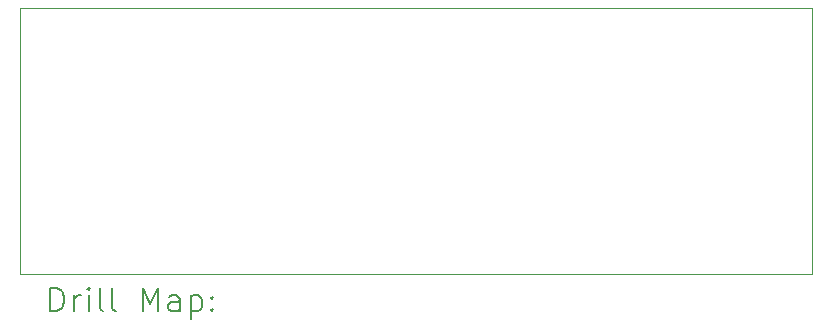
<source format=gbr>
%TF.GenerationSoftware,KiCad,Pcbnew,6.0.10-86aedd382b~118~ubuntu20.04.1*%
%TF.CreationDate,2022-12-28T18:14:15+00:00*%
%TF.ProjectId,slrm,736c726d-2e6b-4696-9361-645f70636258,rev?*%
%TF.SameCoordinates,Original*%
%TF.FileFunction,Drillmap*%
%TF.FilePolarity,Positive*%
%FSLAX45Y45*%
G04 Gerber Fmt 4.5, Leading zero omitted, Abs format (unit mm)*
G04 Created by KiCad (PCBNEW 6.0.10-86aedd382b~118~ubuntu20.04.1) date 2022-12-28 18:14:15*
%MOMM*%
%LPD*%
G01*
G04 APERTURE LIST*
%ADD10C,0.100000*%
%ADD11C,0.200000*%
G04 APERTURE END LIST*
D10*
X11773569Y-8392145D02*
X18478802Y-8392145D01*
X18478802Y-8392145D02*
X18478802Y-10640810D01*
X18478802Y-10640810D02*
X11773569Y-10640810D01*
X11773569Y-10640810D02*
X11773569Y-8392145D01*
D11*
X12026188Y-10956286D02*
X12026188Y-10756286D01*
X12073807Y-10756286D01*
X12102379Y-10765810D01*
X12121426Y-10784857D01*
X12130950Y-10803905D01*
X12140474Y-10842000D01*
X12140474Y-10870572D01*
X12130950Y-10908667D01*
X12121426Y-10927714D01*
X12102379Y-10946762D01*
X12073807Y-10956286D01*
X12026188Y-10956286D01*
X12226188Y-10956286D02*
X12226188Y-10822952D01*
X12226188Y-10861048D02*
X12235712Y-10842000D01*
X12245236Y-10832476D01*
X12264284Y-10822952D01*
X12283331Y-10822952D01*
X12349998Y-10956286D02*
X12349998Y-10822952D01*
X12349998Y-10756286D02*
X12340474Y-10765810D01*
X12349998Y-10775333D01*
X12359522Y-10765810D01*
X12349998Y-10756286D01*
X12349998Y-10775333D01*
X12473807Y-10956286D02*
X12454760Y-10946762D01*
X12445236Y-10927714D01*
X12445236Y-10756286D01*
X12578569Y-10956286D02*
X12559522Y-10946762D01*
X12549998Y-10927714D01*
X12549998Y-10756286D01*
X12807141Y-10956286D02*
X12807141Y-10756286D01*
X12873807Y-10899143D01*
X12940474Y-10756286D01*
X12940474Y-10956286D01*
X13121426Y-10956286D02*
X13121426Y-10851524D01*
X13111903Y-10832476D01*
X13092855Y-10822952D01*
X13054760Y-10822952D01*
X13035712Y-10832476D01*
X13121426Y-10946762D02*
X13102379Y-10956286D01*
X13054760Y-10956286D01*
X13035712Y-10946762D01*
X13026188Y-10927714D01*
X13026188Y-10908667D01*
X13035712Y-10889619D01*
X13054760Y-10880095D01*
X13102379Y-10880095D01*
X13121426Y-10870572D01*
X13216665Y-10822952D02*
X13216665Y-11022952D01*
X13216665Y-10832476D02*
X13235712Y-10822952D01*
X13273807Y-10822952D01*
X13292855Y-10832476D01*
X13302379Y-10842000D01*
X13311903Y-10861048D01*
X13311903Y-10918191D01*
X13302379Y-10937238D01*
X13292855Y-10946762D01*
X13273807Y-10956286D01*
X13235712Y-10956286D01*
X13216665Y-10946762D01*
X13397617Y-10937238D02*
X13407141Y-10946762D01*
X13397617Y-10956286D01*
X13388093Y-10946762D01*
X13397617Y-10937238D01*
X13397617Y-10956286D01*
X13397617Y-10832476D02*
X13407141Y-10842000D01*
X13397617Y-10851524D01*
X13388093Y-10842000D01*
X13397617Y-10832476D01*
X13397617Y-10851524D01*
M02*

</source>
